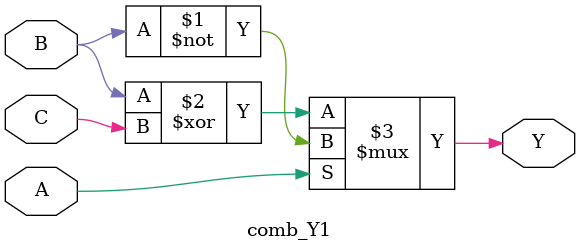
<source format=v>
`timescale 10 ns / 1 ns

module comb_Y1(output Y, input A, B, C);

assign Y = A ? ~B : B ^ C;

endmodule

</source>
